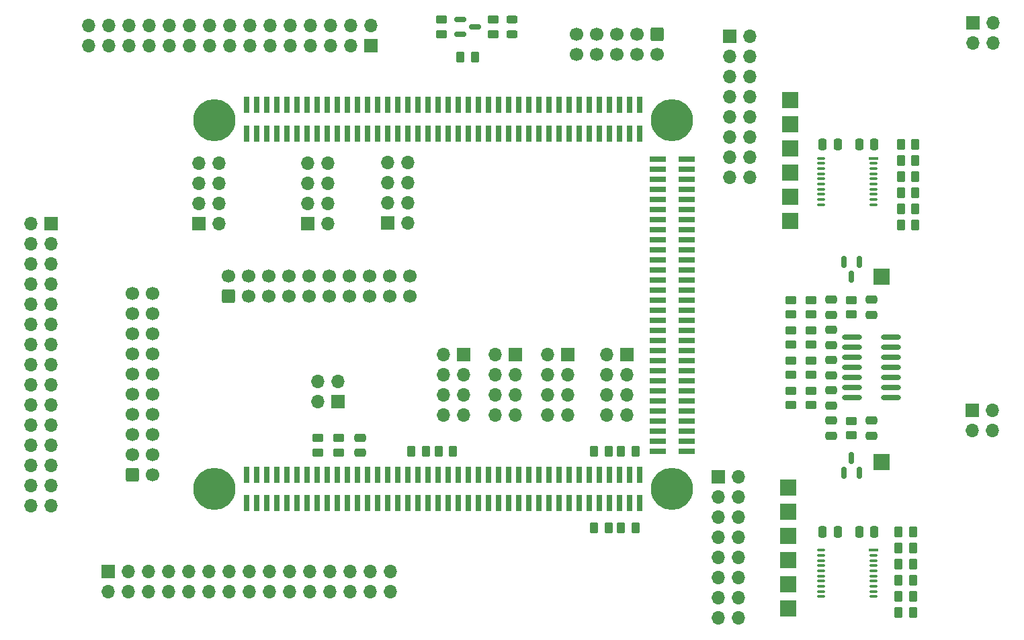
<source format=gbr>
%TF.GenerationSoftware,KiCad,Pcbnew,7.0.7*%
%TF.CreationDate,2024-02-23T10:38:31+08:00*%
%TF.ProjectId,sheet1,73686565-7431-42e6-9b69-6361645f7063,2*%
%TF.SameCoordinates,Original*%
%TF.FileFunction,Soldermask,Bot*%
%TF.FilePolarity,Negative*%
%FSLAX46Y46*%
G04 Gerber Fmt 4.6, Leading zero omitted, Abs format (unit mm)*
G04 Created by KiCad (PCBNEW 7.0.7) date 2024-02-23 10:38:31*
%MOMM*%
%LPD*%
G01*
G04 APERTURE LIST*
G04 Aperture macros list*
%AMRoundRect*
0 Rectangle with rounded corners*
0 $1 Rounding radius*
0 $2 $3 $4 $5 $6 $7 $8 $9 X,Y pos of 4 corners*
0 Add a 4 corners polygon primitive as box body*
4,1,4,$2,$3,$4,$5,$6,$7,$8,$9,$2,$3,0*
0 Add four circle primitives for the rounded corners*
1,1,$1+$1,$2,$3*
1,1,$1+$1,$4,$5*
1,1,$1+$1,$6,$7*
1,1,$1+$1,$8,$9*
0 Add four rect primitives between the rounded corners*
20,1,$1+$1,$2,$3,$4,$5,0*
20,1,$1+$1,$4,$5,$6,$7,0*
20,1,$1+$1,$6,$7,$8,$9,0*
20,1,$1+$1,$8,$9,$2,$3,0*%
G04 Aperture macros list end*
%ADD10O,1.700000X1.700000*%
%ADD11R,1.700000X1.700000*%
%ADD12C,1.700000*%
%ADD13RoundRect,0.250000X0.600000X-0.600000X0.600000X0.600000X-0.600000X0.600000X-0.600000X-0.600000X0*%
%ADD14RoundRect,0.250000X-0.600000X0.600000X-0.600000X-0.600000X0.600000X-0.600000X0.600000X0.600000X0*%
%ADD15R,2.000000X2.000000*%
%ADD16RoundRect,0.250000X-0.475000X0.250000X-0.475000X-0.250000X0.475000X-0.250000X0.475000X0.250000X0*%
%ADD17RoundRect,0.250000X-0.262500X-0.450000X0.262500X-0.450000X0.262500X0.450000X-0.262500X0.450000X0*%
%ADD18RoundRect,0.150000X-0.150000X0.587500X-0.150000X-0.587500X0.150000X-0.587500X0.150000X0.587500X0*%
%ADD19RoundRect,0.250000X-0.250000X-0.475000X0.250000X-0.475000X0.250000X0.475000X-0.250000X0.475000X0*%
%ADD20RoundRect,0.250000X0.262500X0.450000X-0.262500X0.450000X-0.262500X-0.450000X0.262500X-0.450000X0*%
%ADD21RoundRect,0.250000X0.450000X-0.262500X0.450000X0.262500X-0.450000X0.262500X-0.450000X-0.262500X0*%
%ADD22RoundRect,0.250000X-0.450000X0.262500X-0.450000X-0.262500X0.450000X-0.262500X0.450000X0.262500X0*%
%ADD23O,1.143000X0.330000*%
%ADD24R,1.143000X0.330000*%
%ADD25RoundRect,0.150000X-0.587500X-0.150000X0.587500X-0.150000X0.587500X0.150000X-0.587500X0.150000X0*%
%ADD26RoundRect,0.243750X0.456250X-0.243750X0.456250X0.243750X-0.456250X0.243750X-0.456250X-0.243750X0*%
%ADD27RoundRect,0.250000X0.475000X-0.250000X0.475000X0.250000X-0.475000X0.250000X-0.475000X-0.250000X0*%
%ADD28C,5.300000*%
%ADD29R,2.100000X0.750000*%
%ADD30R,0.750000X2.100000*%
%ADD31O,2.500000X0.700000*%
%ADD32RoundRect,0.150000X0.150000X-0.587500X0.150000X0.587500X-0.150000X0.587500X-0.150000X-0.587500X0*%
%ADD33RoundRect,0.250000X-0.600000X-0.600000X0.600000X-0.600000X0.600000X0.600000X-0.600000X0.600000X0*%
G04 APERTURE END LIST*
D10*
%TO.C,UART2*%
X242986200Y-127269800D03*
X245526200Y-127269800D03*
X242986200Y-124729800D03*
X245526200Y-124729800D03*
X242986200Y-122189800D03*
X245526200Y-122189800D03*
X242986200Y-119649800D03*
D11*
X245526200Y-119649800D03*
%TD*%
D12*
%TO.C,INC1*%
X238686200Y-109684800D03*
X238686200Y-112224800D03*
X236146200Y-109684800D03*
X236146200Y-112224800D03*
X233606200Y-109684800D03*
X233606200Y-112224800D03*
X231066200Y-109684800D03*
X231066200Y-112224800D03*
X228526200Y-109684800D03*
X228526200Y-112224800D03*
X225986200Y-109684800D03*
X225986200Y-112224800D03*
X223446200Y-109684800D03*
X223446200Y-112224800D03*
X220906200Y-109684800D03*
X220906200Y-112224800D03*
X218366200Y-109684800D03*
X218366200Y-112224800D03*
X215826200Y-109684800D03*
D13*
X215826200Y-112224800D03*
%TD*%
D11*
%TO.C,J2*%
X309608715Y-126630980D03*
D10*
X309608715Y-129170980D03*
X312148715Y-126630980D03*
X312148715Y-129170980D03*
%TD*%
%TO.C,UART3*%
X256086200Y-127219800D03*
X258626200Y-127219800D03*
X256086200Y-124679800D03*
X258626200Y-124679800D03*
X256086200Y-122139800D03*
X258626200Y-122139800D03*
X256086200Y-119599800D03*
D11*
X258626200Y-119599800D03*
%TD*%
D12*
%TO.C,J1*%
X259761200Y-81789800D03*
X259761200Y-79249800D03*
X262301200Y-81789800D03*
X262301200Y-79249800D03*
X264841200Y-81789800D03*
X264841200Y-79249800D03*
X267381200Y-81789800D03*
X267381200Y-79249800D03*
X269921200Y-81789800D03*
D14*
X269921200Y-79249800D03*
%TD*%
D10*
%TO.C,CAN1*%
X238511200Y-95374800D03*
X235971200Y-95374800D03*
X238511200Y-97914800D03*
X235971200Y-97914800D03*
X238511200Y-100454800D03*
X235971200Y-100454800D03*
X238511200Y-102994800D03*
D11*
X235971200Y-102994800D03*
%TD*%
D10*
%TO.C,LEM2*%
X198266200Y-78124800D03*
X198266200Y-80664800D03*
X200806200Y-78124800D03*
X200806200Y-80664800D03*
X203346200Y-78124800D03*
X203346200Y-80664800D03*
X205886200Y-78124800D03*
X205886200Y-80664800D03*
X208426200Y-78124800D03*
X208426200Y-80664800D03*
X210966200Y-78124800D03*
X210966200Y-80664800D03*
X213506200Y-78124800D03*
X213506200Y-80664800D03*
X216046200Y-78124800D03*
X216046200Y-80664800D03*
X218586200Y-78124800D03*
X218586200Y-80664800D03*
X221126200Y-78124800D03*
X221126200Y-80664800D03*
X223666200Y-78124800D03*
X223666200Y-80664800D03*
X226206200Y-78124800D03*
X226206200Y-80664800D03*
X228746200Y-78124800D03*
X228746200Y-80664800D03*
X231286200Y-78124800D03*
X231286200Y-80664800D03*
X233826200Y-78124800D03*
D11*
X233826200Y-80664800D03*
%TD*%
%TO.C,IPM1*%
X279010000Y-79450000D03*
D10*
X281550000Y-79450000D03*
X279010000Y-81990000D03*
X281550000Y-81990000D03*
X279010000Y-84530000D03*
X281550000Y-84530000D03*
X279010000Y-87070000D03*
X281550000Y-87070000D03*
X279010000Y-89610000D03*
X281550000Y-89610000D03*
X279010000Y-92150000D03*
X281550000Y-92150000D03*
X279010000Y-94690000D03*
X281550000Y-94690000D03*
X279010000Y-97230000D03*
X281550000Y-97230000D03*
%TD*%
%TO.C,POWER1*%
X191000000Y-138624800D03*
X193540000Y-138624800D03*
X191000000Y-136084800D03*
X193540000Y-136084800D03*
X191000000Y-133544800D03*
X193540000Y-133544800D03*
X191000000Y-131004800D03*
X193540000Y-131004800D03*
X191000000Y-128464800D03*
X193540000Y-128464800D03*
X191000000Y-125924800D03*
X193540000Y-125924800D03*
X191000000Y-123384800D03*
X193540000Y-123384800D03*
X191000000Y-120844800D03*
X193540000Y-120844800D03*
X191000000Y-118304800D03*
X193540000Y-118304800D03*
X191000000Y-115764800D03*
X193540000Y-115764800D03*
X191000000Y-113224800D03*
X193540000Y-113224800D03*
X191000000Y-110684800D03*
X193540000Y-110684800D03*
X191000000Y-108144800D03*
X193540000Y-108144800D03*
X191000000Y-105604800D03*
X193540000Y-105604800D03*
X191000000Y-103064800D03*
D11*
X193540000Y-103064800D03*
%TD*%
D10*
%TO.C,SPI2*%
X263496200Y-127224800D03*
X266036200Y-127224800D03*
X263496200Y-124684800D03*
X266036200Y-124684800D03*
X263496200Y-122144800D03*
X266036200Y-122144800D03*
X263496200Y-119604800D03*
D11*
X266036200Y-119604800D03*
%TD*%
D10*
%TO.C,CAN2*%
X228361200Y-95474800D03*
X225821200Y-95474800D03*
X228361200Y-98014800D03*
X225821200Y-98014800D03*
X228361200Y-100554800D03*
X225821200Y-100554800D03*
X228361200Y-103094800D03*
D11*
X225821200Y-103094800D03*
%TD*%
%TO.C,J3*%
X309644715Y-77823800D03*
D10*
X309644715Y-80363800D03*
X312184715Y-77823800D03*
X312184715Y-80363800D03*
%TD*%
%TO.C,LEM1*%
X236241200Y-149464800D03*
X236241200Y-146924800D03*
X233701200Y-149464800D03*
X233701200Y-146924800D03*
X231161200Y-149464800D03*
X231161200Y-146924800D03*
X228621200Y-149464800D03*
X228621200Y-146924800D03*
X226081200Y-149464800D03*
X226081200Y-146924800D03*
X223541200Y-149464800D03*
X223541200Y-146924800D03*
X221001200Y-149464800D03*
X221001200Y-146924800D03*
X218461200Y-149464800D03*
X218461200Y-146924800D03*
X215921200Y-149464800D03*
X215921200Y-146924800D03*
X213381200Y-149464800D03*
X213381200Y-146924800D03*
X210841200Y-149464800D03*
X210841200Y-146924800D03*
X208301200Y-149464800D03*
X208301200Y-146924800D03*
X205761200Y-149464800D03*
X205761200Y-146924800D03*
X203221200Y-149464800D03*
X203221200Y-146924800D03*
X200681200Y-149464800D03*
D11*
X200681200Y-146924800D03*
%TD*%
D10*
%TO.C,UART1*%
X249436200Y-127219800D03*
X251976200Y-127219800D03*
X249436200Y-124679800D03*
X251976200Y-124679800D03*
X249436200Y-122139800D03*
X251976200Y-122139800D03*
X249436200Y-119599800D03*
D11*
X251976200Y-119599800D03*
%TD*%
D10*
%TO.C,UART4*%
X214661200Y-95459800D03*
X212121200Y-95459800D03*
X214661200Y-97999800D03*
X212121200Y-97999800D03*
X214661200Y-100539800D03*
X212121200Y-100539800D03*
X214661200Y-103079800D03*
D11*
X212121200Y-103079800D03*
%TD*%
%TO.C,IPM2*%
X277604008Y-135046687D03*
D10*
X280144008Y-135046687D03*
X277604008Y-137586687D03*
X280144008Y-137586687D03*
X277604008Y-140126687D03*
X280144008Y-140126687D03*
X277604008Y-142666687D03*
X280144008Y-142666687D03*
X277604008Y-145206687D03*
X280144008Y-145206687D03*
X277604008Y-147746687D03*
X280144008Y-147746687D03*
X277604008Y-150286687D03*
X280144008Y-150286687D03*
X277604008Y-152826687D03*
X280144008Y-152826687D03*
%TD*%
%TO.C,DI1*%
X227096200Y-122974800D03*
X227096200Y-125514800D03*
X229636200Y-122974800D03*
D11*
X229636200Y-125514800D03*
%TD*%
D15*
%TO.C,VDC_BUS1*%
X298186200Y-133199800D03*
%TD*%
D16*
%TO.C,C10*%
X291836200Y-129822300D03*
X291836200Y-127922300D03*
%TD*%
D17*
%TO.C,R32*%
X263761200Y-141424800D03*
X261936200Y-141424800D03*
%TD*%
D15*
%TO.C,TP1*%
X286631200Y-102733800D03*
%TD*%
D18*
%TO.C,D2*%
X294376200Y-109814800D03*
X295326200Y-107939800D03*
X293426200Y-107939800D03*
%TD*%
D19*
%TO.C,C3*%
X292643945Y-93081800D03*
X290743945Y-93081800D03*
%TD*%
D15*
%TO.C,TP4*%
X286353292Y-148599800D03*
%TD*%
%TO.C,TP9*%
X286631200Y-90541800D03*
%TD*%
D20*
%TO.C,R3*%
X300601200Y-95113800D03*
X302426200Y-95113800D03*
%TD*%
D16*
%TO.C,C11*%
X296916200Y-114582300D03*
X296916200Y-112682300D03*
%TD*%
D20*
%TO.C,R2*%
X302101292Y-141998390D03*
X300276292Y-141998390D03*
%TD*%
%TO.C,R1*%
X300601200Y-93081800D03*
X302426200Y-93081800D03*
%TD*%
D19*
%TO.C,C2*%
X295326547Y-141995800D03*
X297226547Y-141995800D03*
%TD*%
D21*
%TO.C,R14*%
X286756200Y-120339800D03*
X286756200Y-122164800D03*
%TD*%
%TO.C,R15*%
X286756200Y-112719800D03*
X286756200Y-114544800D03*
%TD*%
D15*
%TO.C,TP10*%
X286353292Y-139455800D03*
%TD*%
D22*
%TO.C,R21*%
X294376200Y-129784800D03*
X294376200Y-127959800D03*
%TD*%
D15*
%TO.C,TP7*%
X286631200Y-93589800D03*
%TD*%
D20*
%TO.C,R7*%
X300601200Y-99177800D03*
X302426200Y-99177800D03*
%TD*%
D15*
%TO.C,TP11*%
X286631200Y-87493800D03*
%TD*%
D23*
%TO.C,U1*%
X290540445Y-94857190D03*
X290540465Y-95507200D03*
X290540445Y-96157190D03*
X290540465Y-96807200D03*
X290540465Y-97457180D03*
X290540465Y-98107200D03*
X290540465Y-98757210D03*
X290540465Y-99407190D03*
X290540465Y-100057200D03*
X290540465Y-100707190D03*
X297140455Y-100707190D03*
X297140455Y-100057200D03*
X297140455Y-99407190D03*
X297140455Y-98757210D03*
X297140455Y-98107200D03*
X297140455Y-97457180D03*
X297140455Y-96807200D03*
X297140455Y-96157190D03*
X297140455Y-95507200D03*
D24*
X297140455Y-94857190D03*
%TD*%
D25*
%TO.C,Q1*%
X246930368Y-78274800D03*
X245055368Y-77324800D03*
X245055368Y-79224800D03*
%TD*%
D16*
%TO.C,C6*%
X291836200Y-118392300D03*
X291836200Y-116492300D03*
%TD*%
D21*
%TO.C,R16*%
X286756200Y-116549800D03*
X286756200Y-118374800D03*
%TD*%
D15*
%TO.C,TP2*%
X286353292Y-151647800D03*
%TD*%
D20*
%TO.C,R8*%
X302101292Y-148091800D03*
X300276292Y-148091800D03*
%TD*%
D26*
%TO.C,D3*%
X251611200Y-77337300D03*
X251611200Y-79212300D03*
%TD*%
D27*
%TO.C,C8*%
X291836200Y-112682300D03*
X291836200Y-114582300D03*
%TD*%
D15*
%TO.C,TP12*%
X286353292Y-136407800D03*
%TD*%
D17*
%TO.C,R26*%
X240748700Y-131824800D03*
X238923700Y-131824800D03*
%TD*%
D22*
%TO.C,R22*%
X294376200Y-114544800D03*
X294376200Y-112719800D03*
%TD*%
%TO.C,R19*%
X289296200Y-125974800D03*
X289296200Y-124149800D03*
%TD*%
D20*
%TO.C,R11*%
X300601200Y-103241800D03*
X302426200Y-103241800D03*
%TD*%
%TO.C,R5*%
X300601200Y-97145800D03*
X302426200Y-97145800D03*
%TD*%
D19*
%TO.C,C4*%
X290720037Y-141995800D03*
X292620037Y-141995800D03*
%TD*%
D20*
%TO.C,R29*%
X245107200Y-82084800D03*
X246932200Y-82084800D03*
%TD*%
D21*
%TO.C,R23*%
X227086200Y-130124800D03*
X227086200Y-131949800D03*
%TD*%
D17*
%TO.C,R25*%
X244148700Y-131824800D03*
X242323700Y-131824800D03*
%TD*%
D21*
%TO.C,R20*%
X289296200Y-112719800D03*
X289296200Y-114544800D03*
%TD*%
D20*
%TO.C,R6*%
X302101292Y-146059800D03*
X300276292Y-146059800D03*
%TD*%
D21*
%TO.C,R30*%
X242721200Y-77362300D03*
X242721200Y-79187300D03*
%TD*%
D15*
%TO.C,TP6*%
X286353292Y-145551800D03*
%TD*%
D28*
%TO.C,DSP1*%
X214127200Y-136534800D03*
X271785200Y-136534800D03*
X271785200Y-90052800D03*
X214127200Y-90052800D03*
D29*
X269981800Y-131835800D03*
X273581800Y-131835800D03*
X269981800Y-130565800D03*
X273581800Y-130565800D03*
X269981800Y-129295800D03*
X273581800Y-129295800D03*
X269981800Y-128025800D03*
X273581800Y-128025800D03*
X269981800Y-126755800D03*
X273581800Y-126755800D03*
X269981800Y-125485800D03*
X273581800Y-125485800D03*
X269981800Y-124215800D03*
X273581800Y-124215800D03*
X269981800Y-122945800D03*
X273581800Y-122945800D03*
X269981800Y-121675800D03*
X273581800Y-121675800D03*
X269981800Y-120405800D03*
X273581800Y-120405800D03*
X269981800Y-119135800D03*
X273581800Y-119135800D03*
X269981800Y-117865800D03*
X273581800Y-117865800D03*
X269981800Y-116595800D03*
X273581800Y-116595800D03*
X269981800Y-115325800D03*
X273581800Y-115325800D03*
X269981800Y-114055800D03*
X273581800Y-114055800D03*
X269981800Y-112785800D03*
X273581800Y-112785800D03*
X269981800Y-111515800D03*
X273581800Y-111515800D03*
X269981800Y-110245800D03*
X273581800Y-110245800D03*
X269981800Y-108975800D03*
X273581800Y-108975800D03*
X269981800Y-107705800D03*
X273581800Y-107705800D03*
X269981800Y-106435800D03*
X273581800Y-106435800D03*
X269981800Y-105165800D03*
X273581800Y-105165800D03*
X269981800Y-103895800D03*
X273581800Y-103895800D03*
X269981800Y-102625800D03*
X273581800Y-102625800D03*
X269981800Y-101355800D03*
X273581800Y-101355800D03*
X269981800Y-100085800D03*
X273581800Y-100085800D03*
X269981800Y-98815800D03*
X273581800Y-98815800D03*
X269981800Y-97545800D03*
X273581800Y-97545800D03*
X269981800Y-96275800D03*
X273581800Y-96275800D03*
X269981800Y-95005800D03*
X273581800Y-95005800D03*
D30*
X267721200Y-138331400D03*
X267721200Y-134731400D03*
X266451200Y-138331400D03*
X266451200Y-134731400D03*
X265181200Y-138331400D03*
X265181200Y-134731400D03*
X263911200Y-138331400D03*
X263911200Y-134731400D03*
X262641200Y-138331400D03*
X262641200Y-134731400D03*
X261371200Y-138331400D03*
X261371200Y-134731400D03*
X260101200Y-138331400D03*
X260101200Y-134731400D03*
X258831200Y-138331400D03*
X258831200Y-134731400D03*
X257561200Y-138331400D03*
X257561200Y-134731400D03*
X256291200Y-138331400D03*
X256291200Y-134731400D03*
X255021200Y-138331400D03*
X255021200Y-134731400D03*
X253751200Y-138331400D03*
X253751200Y-134731400D03*
X252481200Y-138331400D03*
X252481200Y-134731400D03*
X251211200Y-138331400D03*
X251211200Y-134731400D03*
X249941200Y-138331400D03*
X249941200Y-134731400D03*
X248671200Y-138331400D03*
X248671200Y-134731400D03*
X247401200Y-138331400D03*
X247401200Y-134731400D03*
X246131200Y-138331400D03*
X246131200Y-134731400D03*
X244861200Y-138331400D03*
X244861200Y-134731400D03*
X243591200Y-138331400D03*
X243591200Y-134731400D03*
X242321200Y-138331400D03*
X242321200Y-134731400D03*
X241051200Y-138331400D03*
X241051200Y-134731400D03*
X239781200Y-138331400D03*
X239781200Y-134731400D03*
X238511200Y-138331400D03*
X238511200Y-134731400D03*
X237241200Y-138331400D03*
X237241200Y-134731400D03*
X235971200Y-138331400D03*
X235971200Y-134731400D03*
X234701200Y-138331400D03*
X234701200Y-134731400D03*
X233431200Y-138331400D03*
X233431200Y-134731400D03*
X232161200Y-138331400D03*
X232161200Y-134731400D03*
X230891200Y-138331400D03*
X230891200Y-134731400D03*
X229621200Y-138331400D03*
X229621200Y-134731400D03*
X228351200Y-138331400D03*
X228351200Y-134731400D03*
X227081200Y-138331400D03*
X227081200Y-134731400D03*
X225811200Y-138331400D03*
X225811200Y-134731400D03*
X224541200Y-138331400D03*
X224541200Y-134731400D03*
X223271200Y-138331400D03*
X223271200Y-134731400D03*
X222001200Y-138331400D03*
X222001200Y-134731400D03*
X220731200Y-138331400D03*
X220731200Y-134731400D03*
X219461200Y-138331400D03*
X219461200Y-134731400D03*
X218191200Y-138331400D03*
X218191200Y-134731400D03*
X267718000Y-91738500D03*
X267718000Y-88138500D03*
X266448000Y-91738500D03*
X266448000Y-88138500D03*
X265178000Y-91738500D03*
X265178000Y-88138500D03*
X263908000Y-91738500D03*
X263908000Y-88138500D03*
X262638000Y-91738500D03*
X262638000Y-88138500D03*
X261368000Y-91738500D03*
X261368000Y-88138500D03*
X260098000Y-91738500D03*
X260098000Y-88138500D03*
X258828000Y-91738500D03*
X258828000Y-88138500D03*
X257558000Y-91738500D03*
X257558000Y-88138500D03*
X256288000Y-91738500D03*
X256288000Y-88138500D03*
X255018000Y-91738500D03*
X255018000Y-88138500D03*
X253748000Y-91738500D03*
X253748000Y-88138500D03*
X252478000Y-91738500D03*
X252478000Y-88138500D03*
X251208000Y-91738500D03*
X251208000Y-88138500D03*
X249938000Y-91738500D03*
X249938000Y-88138500D03*
X248668000Y-91738500D03*
X248668000Y-88138500D03*
X247398000Y-91738500D03*
X247398000Y-88138500D03*
X246128000Y-91738500D03*
X246128000Y-88138500D03*
X244858000Y-91738500D03*
X244858000Y-88138500D03*
X243588000Y-91738500D03*
X243588000Y-88138500D03*
X242318000Y-91738500D03*
X242318000Y-88138500D03*
X241048000Y-91738500D03*
X241048000Y-88138500D03*
X239778000Y-91738500D03*
X239778000Y-88138500D03*
X238508000Y-91738500D03*
X238508000Y-88138500D03*
X237238000Y-91738500D03*
X237238000Y-88138500D03*
X235968000Y-91738500D03*
X235968000Y-88138500D03*
X234698000Y-91738500D03*
X234698000Y-88138500D03*
X233428000Y-91738500D03*
X233428000Y-88138500D03*
X232158000Y-91738500D03*
X232158000Y-88138500D03*
X230888000Y-91738500D03*
X230888000Y-88138500D03*
X229618000Y-91738500D03*
X229618000Y-88138500D03*
X228348000Y-91738500D03*
X228348000Y-88138500D03*
X227078000Y-91738500D03*
X227078000Y-88138500D03*
X225808000Y-91738500D03*
X225808000Y-88138500D03*
X224538000Y-91738500D03*
X224538000Y-88138500D03*
X223268000Y-91738500D03*
X223268000Y-88138500D03*
X221998000Y-91738500D03*
X221998000Y-88138500D03*
X220728000Y-91738500D03*
X220728000Y-88138500D03*
X219458000Y-91738500D03*
X219458000Y-88138500D03*
X218188000Y-91738500D03*
X218188000Y-88138500D03*
%TD*%
D31*
%TO.C,N1*%
X299366200Y-125062300D03*
X299366200Y-123792300D03*
X299366200Y-122522300D03*
X299366200Y-121252300D03*
X299366200Y-119982300D03*
X299366200Y-118712300D03*
X299366200Y-117442300D03*
X294466200Y-117442300D03*
X294466200Y-118712300D03*
X294466200Y-119982300D03*
X294466200Y-121252300D03*
X294466200Y-122522300D03*
X294466200Y-123792300D03*
X294466200Y-125062300D03*
%TD*%
D21*
%TO.C,R24*%
X229762866Y-130124800D03*
X229762866Y-131949800D03*
%TD*%
D20*
%TO.C,R4*%
X302101292Y-144027800D03*
X300276292Y-144027800D03*
%TD*%
D15*
%TO.C,TP5*%
X286631200Y-96637800D03*
%TD*%
D27*
%TO.C,C9*%
X296916200Y-127922300D03*
X296916200Y-129822300D03*
%TD*%
D20*
%TO.C,R9*%
X300601200Y-101209800D03*
X302426200Y-101209800D03*
%TD*%
D16*
%TO.C,C7*%
X291836200Y-126012300D03*
X291836200Y-124112300D03*
%TD*%
D21*
%TO.C,R31*%
X249264534Y-77362300D03*
X249264534Y-79187300D03*
%TD*%
D24*
%TO.C,U2*%
X297116547Y-144279190D03*
D23*
X297116547Y-144929200D03*
X297116547Y-145579190D03*
X297116547Y-146229200D03*
X297116547Y-146879180D03*
X297116547Y-147529200D03*
X297116547Y-148179210D03*
X297116547Y-148829190D03*
X297116547Y-149479200D03*
X297116547Y-150129190D03*
X290516557Y-150129190D03*
X290516557Y-149479200D03*
X290516557Y-148829190D03*
X290516557Y-148179210D03*
X290516557Y-147529200D03*
X290516557Y-146879180D03*
X290516557Y-146229200D03*
X290516537Y-145579190D03*
X290516557Y-144929200D03*
X290516537Y-144279190D03*
%TD*%
D15*
%TO.C,TP3*%
X286631200Y-99685800D03*
%TD*%
D20*
%TO.C,R33*%
X265336200Y-141424800D03*
X267161200Y-141424800D03*
%TD*%
D17*
%TO.C,R28*%
X267161200Y-131799800D03*
X265336200Y-131799800D03*
%TD*%
D15*
%TO.C,VDC_BUS2*%
X298186200Y-109822300D03*
%TD*%
D22*
%TO.C,R17*%
X289296200Y-122164800D03*
X289296200Y-120339800D03*
%TD*%
D16*
%TO.C,C12*%
X232469534Y-131987300D03*
X232469534Y-130087300D03*
%TD*%
%TO.C,C5*%
X291836200Y-122202300D03*
X291836200Y-120302300D03*
%TD*%
D15*
%TO.C,TP8*%
X286353292Y-142503800D03*
%TD*%
D32*
%TO.C,D1*%
X294376200Y-132682300D03*
X293426200Y-134557300D03*
X295326200Y-134557300D03*
%TD*%
D22*
%TO.C,R13*%
X286756200Y-125974800D03*
X286756200Y-124149800D03*
%TD*%
D20*
%TO.C,R12*%
X302101292Y-152155800D03*
X300276292Y-152155800D03*
%TD*%
D22*
%TO.C,R18*%
X289296200Y-118374800D03*
X289296200Y-116549800D03*
%TD*%
D20*
%TO.C,R27*%
X261936200Y-131799800D03*
X263761200Y-131799800D03*
%TD*%
D19*
%TO.C,C1*%
X297250455Y-93081800D03*
X295350455Y-93081800D03*
%TD*%
D12*
%TO.C,SPI1*%
X206301200Y-111899800D03*
X203761200Y-111899800D03*
X206301200Y-114439800D03*
X203761200Y-114439800D03*
X206301200Y-116979800D03*
X203761200Y-116979800D03*
X206301200Y-119519800D03*
X203761200Y-119519800D03*
X206301200Y-122059800D03*
X203761200Y-122059800D03*
X206301200Y-124599800D03*
X203761200Y-124599800D03*
X206301200Y-127139800D03*
X203761200Y-127139800D03*
X206301200Y-129679800D03*
X203761200Y-129679800D03*
X206301200Y-132219800D03*
X203761200Y-132219800D03*
X206301200Y-134759800D03*
D33*
X203761200Y-134759800D03*
%TD*%
D20*
%TO.C,R10*%
X302101292Y-150123800D03*
X300276292Y-150123800D03*
%TD*%
M02*

</source>
